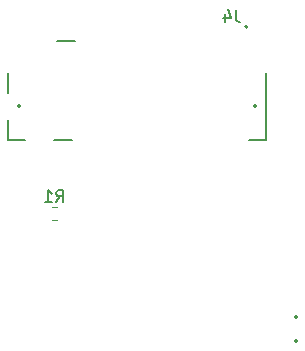
<source format=gbo>
%TF.GenerationSoftware,KiCad,Pcbnew,9.0.2*%
%TF.CreationDate,2025-06-23T16:33:29+08:00*%
%TF.ProjectId,SDEX2M2 MicroSD Express to M.2 NVMe Adapter for Switch 2 WIP,53444558-324d-4322-904d-6963726f5344,rev?*%
%TF.SameCoordinates,Original*%
%TF.FileFunction,Legend,Bot*%
%TF.FilePolarity,Positive*%
%FSLAX46Y46*%
G04 Gerber Fmt 4.6, Leading zero omitted, Abs format (unit mm)*
G04 Created by KiCad (PCBNEW 9.0.2) date 2025-06-23 16:33:29*
%MOMM*%
%LPD*%
G01*
G04 APERTURE LIST*
%ADD10C,0.150000*%
%ADD11C,0.120000*%
%ADD12C,0.127000*%
%ADD13C,0.200000*%
%ADD14C,0.350000*%
G04 APERTURE END LIST*
D10*
X134166666Y-152424819D02*
X134499999Y-151948628D01*
X134738094Y-152424819D02*
X134738094Y-151424819D01*
X134738094Y-151424819D02*
X134357142Y-151424819D01*
X134357142Y-151424819D02*
X134261904Y-151472438D01*
X134261904Y-151472438D02*
X134214285Y-151520057D01*
X134214285Y-151520057D02*
X134166666Y-151615295D01*
X134166666Y-151615295D02*
X134166666Y-151758152D01*
X134166666Y-151758152D02*
X134214285Y-151853390D01*
X134214285Y-151853390D02*
X134261904Y-151901009D01*
X134261904Y-151901009D02*
X134357142Y-151948628D01*
X134357142Y-151948628D02*
X134738094Y-151948628D01*
X133214285Y-152424819D02*
X133785713Y-152424819D01*
X133499999Y-152424819D02*
X133499999Y-151424819D01*
X133499999Y-151424819D02*
X133595237Y-151567676D01*
X133595237Y-151567676D02*
X133690475Y-151662914D01*
X133690475Y-151662914D02*
X133785713Y-151710533D01*
X149358333Y-136144819D02*
X149358333Y-136859104D01*
X149358333Y-136859104D02*
X149405952Y-137001961D01*
X149405952Y-137001961D02*
X149501190Y-137097200D01*
X149501190Y-137097200D02*
X149644047Y-137144819D01*
X149644047Y-137144819D02*
X149739285Y-137144819D01*
X148453571Y-136478152D02*
X148453571Y-137144819D01*
X148691666Y-136097200D02*
X148929761Y-136811485D01*
X148929761Y-136811485D02*
X148310714Y-136811485D01*
D11*
%TO.C,R1*%
X134237258Y-152877500D02*
X133762742Y-152877500D01*
X134237258Y-153922500D02*
X133762742Y-153922500D01*
D12*
%TO.C,J4*%
X130075000Y-143180000D02*
X130075000Y-141520000D01*
X130075000Y-147175000D02*
X130075000Y-145470000D01*
X131530000Y-147175000D02*
X130075000Y-147175000D01*
X135530000Y-147175000D02*
X133970000Y-147175000D01*
X135780000Y-138825000D02*
X134220000Y-138825000D01*
X151925000Y-147175000D02*
X150470000Y-147175000D01*
X151925000Y-147175000D02*
X151925000Y-141520000D01*
D13*
X150350000Y-137575000D02*
G75*
G02*
X150150000Y-137575000I-100000J0D01*
G01*
X150150000Y-137575000D02*
G75*
G02*
X150350000Y-137575000I100000J0D01*
G01*
%TD*%
D14*
X154450000Y-162150000D03*
X154450000Y-164150000D03*
X151000000Y-144325000D03*
X131000000Y-144325000D03*
M02*

</source>
